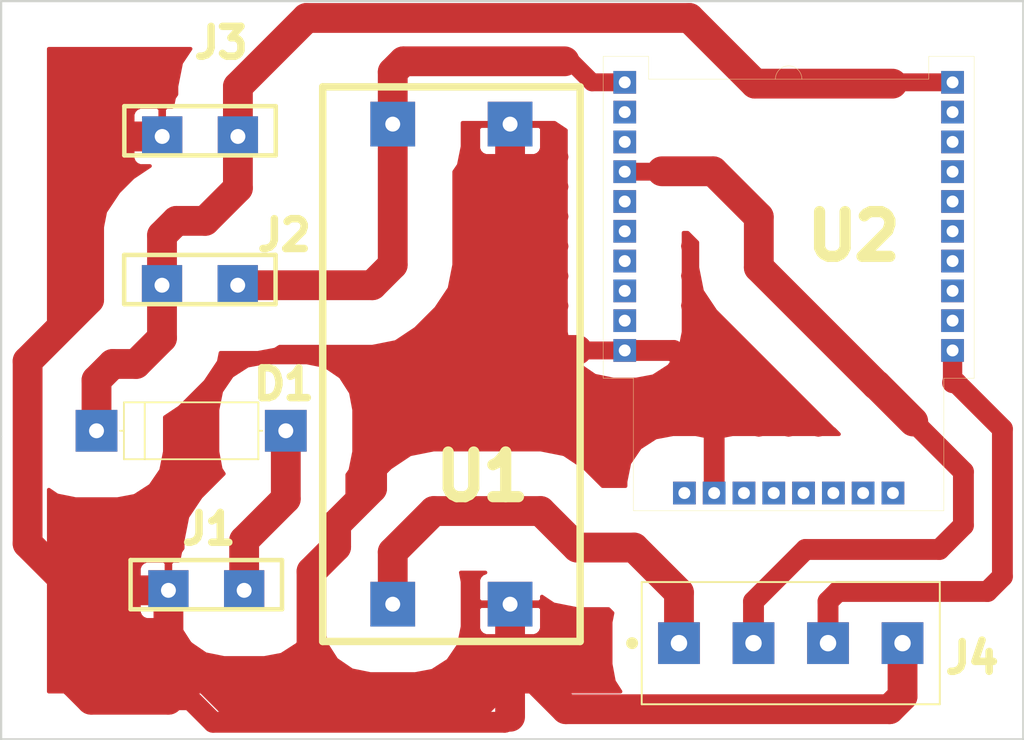
<source format=kicad_pcb>
(kicad_pcb (version 4) (host pcbnew 4.0.7)

  (general
    (links 15)
    (no_connects 14)
    (area 78.410999 49.581999 219.708801 152.652801)
    (thickness 1.6)
    (drawings 5)
    (tracks 103)
    (zones 0)
    (modules 7)
    (nets 30)
  )

  (page A4)
  (layers
    (0 F.Cu signal)
    (31 B.Cu signal)
    (32 B.Adhes user)
    (33 F.Adhes user)
    (34 B.Paste user)
    (35 F.Paste user)
    (36 B.SilkS user)
    (37 F.SilkS user)
    (38 B.Mask user)
    (39 F.Mask user)
    (40 Dwgs.User user)
    (41 Cmts.User user)
    (42 Eco1.User user)
    (43 Eco2.User user)
    (44 Edge.Cuts user)
    (45 Margin user)
    (46 B.CrtYd user)
    (47 F.CrtYd user)
    (48 B.Fab user)
    (49 F.Fab user)
  )

  (setup
    (last_trace_width 2)
    (user_trace_width 1.2)
    (user_trace_width 1.3)
    (user_trace_width 1.4)
    (user_trace_width 1.7)
    (user_trace_width 1.8)
    (user_trace_width 1.9)
    (user_trace_width 2)
    (trace_clearance 0.2)
    (zone_clearance 0.508)
    (zone_45_only no)
    (trace_min 0.2)
    (segment_width 0.2)
    (edge_width 0.15)
    (via_size 0.6)
    (via_drill 0.4)
    (via_min_size 0.4)
    (via_min_drill 0.3)
    (uvia_size 0.3)
    (uvia_drill 0.1)
    (uvias_allowed no)
    (uvia_min_size 0.2)
    (uvia_min_drill 0.1)
    (pcb_text_width 0.3)
    (pcb_text_size 1.5 1.5)
    (mod_edge_width 0.15)
    (mod_text_size 1 1)
    (mod_text_width 0.15)
    (pad_size 1.524 1.524)
    (pad_drill 0.8)
    (pad_to_mask_clearance 0.2)
    (aux_axis_origin 0 0)
    (visible_elements 7FFFFFFF)
    (pcbplotparams
      (layerselection 0x00030_80000001)
      (usegerberextensions false)
      (excludeedgelayer true)
      (linewidth 0.100000)
      (plotframeref false)
      (viasonmask false)
      (mode 1)
      (useauxorigin false)
      (hpglpennumber 1)
      (hpglpenspeed 20)
      (hpglpendiameter 15)
      (hpglpenoverlay 2)
      (psnegative false)
      (psa4output false)
      (plotreference true)
      (plotvalue true)
      (plotinvisibletext false)
      (padsonsilk false)
      (subtractmaskfromsilk false)
      (outputformat 1)
      (mirror false)
      (drillshape 1)
      (scaleselection 1)
      (outputdirectory ""))
  )

  (net 0 "")
  (net 1 "Net-(D1-Pad1)")
  (net 2 "Net-(D1-Pad2)")
  (net 3 GND)
  (net 4 "Net-(J2-Pad1)")
  (net 5 "Net-(J4-Pad1)")
  (net 6 "Net-(J4-Pad2)")
  (net 7 "Net-(J4-Pad3)")
  (net 8 "Net-(U2-Pad2)")
  (net 9 "Net-(U2-Pad3)")
  (net 10 "Net-(U2-Pad5)")
  (net 11 "Net-(U2-Pad6)")
  (net 12 "Net-(U2-Pad7)")
  (net 13 "Net-(U2-Pad8)")
  (net 14 "Net-(U2-Pad9)")
  (net 15 "Net-(U2-Pad11)")
  (net 16 "Net-(U2-Pad13)")
  (net 17 "Net-(U2-Pad14)")
  (net 18 "Net-(U2-Pad15)")
  (net 19 "Net-(U2-Pad16)")
  (net 20 "Net-(U2-Pad17)")
  (net 21 "Net-(U2-Pad18)")
  (net 22 "Net-(U2-Pad20)")
  (net 23 "Net-(U2-Pad21)")
  (net 24 "Net-(U2-Pad22)")
  (net 25 "Net-(U2-Pad23)")
  (net 26 "Net-(U2-Pad24)")
  (net 27 "Net-(U2-Pad25)")
  (net 28 "Net-(U2-Pad26)")
  (net 29 "Net-(U2-Pad27)")

  (net_class Default "This is the default net class."
    (clearance 0.2)
    (trace_width 0.25)
    (via_dia 0.6)
    (via_drill 0.4)
    (uvia_dia 0.3)
    (uvia_drill 0.1)
    (add_net GND)
    (add_net "Net-(D1-Pad1)")
    (add_net "Net-(D1-Pad2)")
    (add_net "Net-(J2-Pad1)")
    (add_net "Net-(J4-Pad1)")
    (add_net "Net-(J4-Pad2)")
    (add_net "Net-(J4-Pad3)")
    (add_net "Net-(U2-Pad11)")
    (add_net "Net-(U2-Pad13)")
    (add_net "Net-(U2-Pad14)")
    (add_net "Net-(U2-Pad15)")
    (add_net "Net-(U2-Pad16)")
    (add_net "Net-(U2-Pad17)")
    (add_net "Net-(U2-Pad18)")
    (add_net "Net-(U2-Pad2)")
    (add_net "Net-(U2-Pad20)")
    (add_net "Net-(U2-Pad21)")
    (add_net "Net-(U2-Pad22)")
    (add_net "Net-(U2-Pad23)")
    (add_net "Net-(U2-Pad24)")
    (add_net "Net-(U2-Pad25)")
    (add_net "Net-(U2-Pad26)")
    (add_net "Net-(U2-Pad27)")
    (add_net "Net-(U2-Pad3)")
    (add_net "Net-(U2-Pad5)")
    (add_net "Net-(U2-Pad6)")
    (add_net "Net-(U2-Pad7)")
    (add_net "Net-(U2-Pad8)")
    (add_net "Net-(U2-Pad9)")
  )

  (module MT3608:MT3608 (layer F.Cu) (tedit 620B72A5) (tstamp 620B6EA6)
    (at 142.8369 91.3638 270)
    (path /620B602D)
    (fp_text reference U1 (at 7.5438 -2.0701 360) (layer F.SilkS)
      (effects (font (size 3 3) (thickness 0.75)))
    )
    (fp_text value "" (at 7.6943 -3.924215 360) (layer F.Fab)
      (effects (font (size 1 1) (thickness 0.15)))
    )
    (fp_line (start -18.6055 -8.636) (end -18.6055 8.636) (layer F.SilkS) (width 0.5))
    (fp_line (start 18.6055 8.636) (end -18.6055 8.636) (layer F.SilkS) (width 0.5))
    (fp_line (start 18.6055 -8.636) (end 18.6055 8.636) (layer F.SilkS) (width 0.5))
    (fp_line (start -18.6055 -8.636) (end 18.6055 -8.636) (layer F.SilkS) (width 0.5))
    (pad 2 thru_hole rect (at -16.1055 -3.937085 270) (size 3 3) (drill 1) (layers *.Cu *.Mask)
      (net 3 GND))
    (pad 1 thru_hole rect (at -16.1055 3.937085 270) (size 3 3) (drill 1) (layers *.Cu *.Mask)
      (net 4 "Net-(J2-Pad1)"))
    (pad 4 thru_hole rect (at 16.1055 -3.937085 270) (size 3 3) (drill 1) (layers *.Cu *.Mask)
      (net 3 GND))
    (pad 3 thru_hole rect (at 16.1055 3.937085 270) (size 3 3) (drill 1) (layers *.Cu *.Mask)
      (net 5 "Net-(J4-Pad1)"))
  )

  (module conn:TE_282815-2 (layer F.Cu) (tedit 620B72EB) (tstamp 620B6E96)
    (at 125.9713 76.0857 180)
    (path /620B55DE)
    (fp_text reference J3 (at -1.4097 6.2865 180) (layer F.SilkS)
      (effects (font (size 2 2) (thickness 0.5)))
    )
    (fp_text value "" (at 1.155 3.615 180) (layer F.Fab)
      (effects (font (size 1 1) (thickness 0.015)))
    )
    (fp_line (start 5.08 2.032) (end -5.08 2.032) (layer F.SilkS) (width 0.3))
    (fp_line (start 5.08 -1.27) (end 5.08 2.032) (layer F.SilkS) (width 0.3))
    (fp_line (start -5.08 -1.27) (end 5.08 -1.27) (layer F.SilkS) (width 0.3))
    (fp_line (start -5.08 2.032) (end -5.08 -1.27) (layer F.SilkS) (width 0.3))
    (fp_line (start 5.08 2) (end -5.08 2) (layer F.Fab) (width 0.127))
    (fp_line (start 5.08 2) (end -5.08 2) (layer F.SilkS) (width 0.127))
    (pad 1 thru_hole rect (at -2.54 0 180) (size 2.7 2.7) (drill 1) (layers *.Cu *.Mask)
      (net 1 "Net-(D1-Pad1)"))
    (pad 2 thru_hole rect (at 2.54 0 180) (size 2.7 2.7) (drill 1) (layers *.Cu *.Mask)
      (net 3 GND))
  )

  (module conn:TE_282815-2 (layer F.Cu) (tedit 620B7338) (tstamp 620B6E90)
    (at 125.9586 86.0679 180)
    (path /620B595A)
    (fp_text reference J2 (at -5.6642 3.3655 180) (layer F.SilkS)
      (effects (font (size 2 2) (thickness 0.5)))
    )
    (fp_text value "" (at 1.155 3.615 180) (layer F.Fab)
      (effects (font (size 1 1) (thickness 0.015)))
    )
    (fp_line (start 5.08 2.032) (end -5.08 2.032) (layer F.SilkS) (width 0.3))
    (fp_line (start 5.08 -1.27) (end 5.08 2.032) (layer F.SilkS) (width 0.3))
    (fp_line (start -5.08 -1.27) (end 5.08 -1.27) (layer F.SilkS) (width 0.3))
    (fp_line (start -5.08 2.032) (end -5.08 -1.27) (layer F.SilkS) (width 0.3))
    (fp_line (start 5.08 2) (end -5.08 2) (layer F.Fab) (width 0.127))
    (fp_line (start 5.08 2) (end -5.08 2) (layer F.SilkS) (width 0.127))
    (pad 1 thru_hole rect (at -2.54 0 180) (size 2.7 2.7) (drill 1) (layers *.Cu *.Mask)
      (net 4 "Net-(J2-Pad1)"))
    (pad 2 thru_hole rect (at 2.54 0 180) (size 2.7 2.7) (drill 1) (layers *.Cu *.Mask)
      (net 1 "Net-(D1-Pad1)"))
  )

  (module conn:TE_282815-2 (layer F.Cu) (tedit 620B7365) (tstamp 620B6E8A)
    (at 126.3904 106.5403 180)
    (path /620B5A29)
    (fp_text reference J1 (at -0.1778 4.1275 180) (layer F.SilkS)
      (effects (font (size 2 2) (thickness 0.5)))
    )
    (fp_text value "" (at 1.155 3.615 180) (layer F.Fab)
      (effects (font (size 1 1) (thickness 0.015)))
    )
    (fp_line (start 5.08 2.032) (end -5.08 2.032) (layer F.SilkS) (width 0.3))
    (fp_line (start 5.08 -1.27) (end 5.08 2.032) (layer F.SilkS) (width 0.3))
    (fp_line (start 4.191 -1.27) (end 5.08 -1.27) (layer F.SilkS) (width 0.3))
    (fp_line (start -5.08 -1.27) (end 4.191 -1.27) (layer F.SilkS) (width 0.3))
    (fp_line (start -5.08 2.032) (end -5.08 -1.27) (layer F.SilkS) (width 0.3))
    (fp_line (start 5.08 2) (end -5.08 2) (layer F.Fab) (width 0.127))
    (fp_line (start 5.08 2) (end -5.08 2) (layer F.SilkS) (width 0.127))
    (pad 1 thru_hole rect (at -2.54 0 180) (size 2.7 2.7) (drill 1) (layers *.Cu *.Mask)
      (net 2 "Net-(D1-Pad2)"))
    (pad 2 thru_hole rect (at 2.54 0 180) (size 2.7 2.7) (drill 1) (layers *.Cu *.Mask)
      (net 3 GND))
  )

  (module MDOT_TRIAL_BAT_CHARGER:MDOT_TRIAL_BAT_CHARGER (layer F.Cu) (tedit 620B7733) (tstamp 620B6EC6)
    (at 165.46449 85.44687)
    (path /620B5C7B)
    (fp_text reference U2 (at 4.35991 -2.66827) (layer F.SilkS)
      (effects (font (size 3 3) (thickness 0.75)))
    )
    (fp_text value "" (at 0.52451 -1.09347) (layer F.Fab)
      (effects (font (size 1 1) (thickness 0.15)))
    )
    (fp_arc (start 0 -13.208) (end -0.889 -13.208) (angle 180) (layer F.SilkS) (width 0.0254))
    (fp_line (start -9.398 -13.208) (end -9.398 -14.732) (layer F.SilkS) (width 0.0254))
    (fp_line (start -9.398 -14.732) (end -12.446 -14.732) (layer F.SilkS) (width 0.0254))
    (fp_line (start -12.446 -14.732) (end -12.446 6.858) (layer F.SilkS) (width 0.0254))
    (fp_line (start -12.446 6.858) (end -10.414 6.858) (layer F.SilkS) (width 0.0254))
    (fp_line (start -10.414 6.858) (end -10.414 15.748) (layer F.SilkS) (width 0.0254))
    (fp_line (start -10.414 15.748) (end 10.414 15.748) (layer F.SilkS) (width 0.0254))
    (fp_line (start 10.414 15.748) (end 10.414 6.858) (layer F.SilkS) (width 0.0254))
    (fp_line (start 10.414 6.858) (end 12.446 6.858) (layer F.SilkS) (width 0.0254))
    (fp_line (start 12.446 6.858) (end 12.446 -14.732) (layer F.SilkS) (width 0.0254))
    (fp_line (start 12.446 -14.732) (end 9.398 -14.732) (layer F.SilkS) (width 0.0254))
    (fp_line (start 9.398 -14.732) (end 9.398 -13.208) (layer F.SilkS) (width 0.0254))
    (fp_line (start 9.398 -13.208) (end -9.398 -13.208) (layer F.SilkS) (width 0.0254))
    (fp_line (start 11.938 -14.224) (end 11.938 6.35) (layer F.CrtYd) (width 0.0254))
    (fp_line (start 11.938 6.35) (end 9.906 6.35) (layer F.CrtYd) (width 0.0254))
    (fp_line (start 9.906 -12.7) (end 9.906 -14.224) (layer F.CrtYd) (width 0.0254))
    (fp_line (start 9.906 -14.224) (end 11.938 -14.224) (layer F.CrtYd) (width 0.0254))
    (fp_line (start -9.906 -12.7) (end -9.906 -14.224) (layer F.CrtYd) (width 0.0254))
    (fp_line (start -9.906 -14.224) (end -11.938 -14.224) (layer F.CrtYd) (width 0.0254))
    (fp_line (start -11.938 -14.224) (end -11.938 6.223) (layer F.CrtYd) (width 0.0254))
    (fp_line (start -11.938 6.223) (end -9.906 6.223) (layer F.CrtYd) (width 0.0254))
    (fp_line (start -9.906 -12.7) (end 9.906 -12.7) (layer F.CrtYd) (width 0.0254))
    (fp_line (start 9.906 -12.7) (end 9.906 13.462) (layer F.CrtYd) (width 0.0254))
    (fp_line (start 9.906 13.462) (end -9.906 13.462) (layer F.CrtYd) (width 0.0254))
    (fp_line (start -9.906 13.462) (end -9.906 -12.7) (layer F.CrtYd) (width 0.0254))
    (pad 1 thru_hole rect (at -10.9982 -12.99337) (size 1.524 1.524) (drill 0.8) (layers *.Cu *.Mask)
      (net 4 "Net-(J2-Pad1)"))
    (pad 2 thru_hole rect (at -10.9982 -10.99439) (size 1.524 1.524) (drill 0.8) (layers *.Cu *.Mask)
      (net 8 "Net-(U2-Pad2)"))
    (pad 3 thru_hole rect (at -10.9982 -8.99541) (size 1.524 1.524) (drill 0.8) (layers *.Cu *.Mask)
      (net 9 "Net-(U2-Pad3)"))
    (pad 4 thru_hole rect (at -10.9982 -6.99643) (size 1.524 1.524) (drill 0.8) (layers *.Cu *.Mask)
      (net 6 "Net-(J4-Pad2)"))
    (pad 5 thru_hole rect (at -10.9982 -4.99745) (size 1.524 1.524) (drill 0.8) (layers *.Cu *.Mask)
      (net 10 "Net-(U2-Pad5)"))
    (pad 6 thru_hole rect (at -10.9982 -2.99847) (size 1.524 1.524) (drill 0.8) (layers *.Cu *.Mask)
      (net 11 "Net-(U2-Pad6)"))
    (pad 7 thru_hole rect (at -10.9982 -0.99949) (size 1.524 1.524) (drill 0.8) (layers *.Cu *.Mask)
      (net 12 "Net-(U2-Pad7)"))
    (pad 8 thru_hole rect (at -10.9982 0.99949) (size 1.524 1.524) (drill 0.8) (layers *.Cu *.Mask)
      (net 13 "Net-(U2-Pad8)"))
    (pad 9 thru_hole rect (at -10.9982 2.99847) (size 1.524 1.524) (drill 0.8) (layers *.Cu *.Mask)
      (net 14 "Net-(U2-Pad9)"))
    (pad 10 thru_hole rect (at -10.9982 4.99745) (size 1.524 1.524) (drill 0.8) (layers *.Cu *.Mask)
      (net 3 GND))
    (pad 11 thru_hole rect (at -6.99643 14.56563) (size 1.524 1.524) (drill 0.8) (layers *.Cu *.Mask)
      (net 15 "Net-(U2-Pad11)"))
    (pad 12 thru_hole rect (at -4.99745 14.56563) (size 1.524 1.524) (drill 0.8) (layers *.Cu *.Mask)
      (net 3 GND))
    (pad 13 thru_hole rect (at -2.99847 14.56563) (size 1.524 1.524) (drill 0.8) (layers *.Cu *.Mask)
      (net 16 "Net-(U2-Pad13)"))
    (pad 14 thru_hole rect (at -0.99949 14.56563) (size 1.524 1.524) (drill 0.8) (layers *.Cu *.Mask)
      (net 17 "Net-(U2-Pad14)"))
    (pad 15 thru_hole rect (at 0.99949 14.56563) (size 1.524 1.524) (drill 0.8) (layers *.Cu *.Mask)
      (net 18 "Net-(U2-Pad15)"))
    (pad 16 thru_hole rect (at 2.99847 14.56563) (size 1.524 1.524) (drill 0.8) (layers *.Cu *.Mask)
      (net 19 "Net-(U2-Pad16)"))
    (pad 17 thru_hole rect (at 4.99745 14.56563) (size 1.524 1.524) (drill 0.8) (layers *.Cu *.Mask)
      (net 20 "Net-(U2-Pad17)"))
    (pad 18 thru_hole rect (at 6.99643 14.56563) (size 1.524 1.524) (drill 0.8) (layers *.Cu *.Mask)
      (net 21 "Net-(U2-Pad18)"))
    (pad 19 thru_hole rect (at 10.9982 4.99745) (size 1.524 1.524) (drill 0.8) (layers *.Cu *.Mask)
      (net 7 "Net-(J4-Pad3)"))
    (pad 20 thru_hole rect (at 10.9982 2.99847) (size 1.524 1.524) (drill 0.8) (layers *.Cu *.Mask)
      (net 22 "Net-(U2-Pad20)"))
    (pad 21 thru_hole rect (at 10.9982 0.99949) (size 1.524 1.524) (drill 0.8) (layers *.Cu *.Mask)
      (net 23 "Net-(U2-Pad21)"))
    (pad 22 thru_hole rect (at 10.9982 -0.99949) (size 1.524 1.524) (drill 0.8) (layers *.Cu *.Mask)
      (net 24 "Net-(U2-Pad22)"))
    (pad 23 thru_hole rect (at 10.9982 -2.99847) (size 1.524 1.524) (drill 0.8) (layers *.Cu *.Mask)
      (net 25 "Net-(U2-Pad23)"))
    (pad 24 thru_hole rect (at 10.9982 -4.99745) (size 1.524 1.524) (drill 0.8) (layers *.Cu *.Mask)
      (net 26 "Net-(U2-Pad24)"))
    (pad 25 thru_hole rect (at 10.9982 -6.99643) (size 1.524 1.524) (drill 0.8) (layers *.Cu *.Mask)
      (net 27 "Net-(U2-Pad25)"))
    (pad 26 thru_hole rect (at 10.9982 -8.99541) (size 1.524 1.524) (drill 0.8) (layers *.Cu *.Mask)
      (net 28 "Net-(U2-Pad26)"))
    (pad 27 thru_hole rect (at 10.9982 -10.99439) (size 1.524 1.524) (drill 0.8) (layers *.Cu *.Mask)
      (net 29 "Net-(U2-Pad27)"))
    (pad 28 thru_hole rect (at 10.9982 -12.99337) (size 1.524 1.524) (drill 0.8) (layers *.Cu *.Mask)
      (net 1 "Net-(D1-Pad1)"))
  )

  (module Diodes_THT:D_5W_P12.70mm_Horizontal (layer F.Cu) (tedit 620B734C) (tstamp 620B6E84)
    (at 119.0244 95.8342)
    (descr "D, 5W series, Axial, Horizontal, pin pitch=12.7mm, , length*diameter=8.9*3.7mm^2, , http://www.diodes.com/_files/packages/8686949.gif")
    (tags "D 5W series Axial Horizontal pin pitch 12.7mm  length 8.9mm diameter 3.7mm")
    (path /620B5DB5)
    (fp_text reference D1 (at 12.573 -3.1242) (layer F.SilkS)
      (effects (font (size 2 2) (thickness 0.5)))
    )
    (fp_text value "" (at 6.35 2.91) (layer F.Fab)
      (effects (font (size 1 1) (thickness 0.15)))
    )
    (fp_text user "" (at 6.35 0) (layer F.Fab)
      (effects (font (size 1 1) (thickness 0.15)))
    )
    (fp_line (start 1.9 -1.85) (end 1.9 1.85) (layer F.Fab) (width 0.1))
    (fp_line (start 1.9 1.85) (end 10.8 1.85) (layer F.Fab) (width 0.1))
    (fp_line (start 10.8 1.85) (end 10.8 -1.85) (layer F.Fab) (width 0.1))
    (fp_line (start 10.8 -1.85) (end 1.9 -1.85) (layer F.Fab) (width 0.1))
    (fp_line (start 0 0) (end 1.9 0) (layer F.Fab) (width 0.1))
    (fp_line (start 12.7 0) (end 10.8 0) (layer F.Fab) (width 0.1))
    (fp_line (start 3.235 -1.85) (end 3.235 1.85) (layer F.Fab) (width 0.1))
    (fp_line (start 1.84 -1.91) (end 1.84 1.91) (layer F.SilkS) (width 0.12))
    (fp_line (start 1.84 1.91) (end 10.86 1.91) (layer F.SilkS) (width 0.12))
    (fp_line (start 10.86 1.91) (end 10.86 -1.91) (layer F.SilkS) (width 0.12))
    (fp_line (start 10.86 -1.91) (end 1.84 -1.91) (layer F.SilkS) (width 0.12))
    (fp_line (start 1.58 0) (end 1.84 0) (layer F.SilkS) (width 0.12))
    (fp_line (start 11.12 0) (end 10.86 0) (layer F.SilkS) (width 0.12))
    (fp_line (start 3.235 -1.91) (end 3.235 1.91) (layer F.SilkS) (width 0.12))
    (fp_line (start -1.65 -2.2) (end -1.65 2.2) (layer F.CrtYd) (width 0.05))
    (fp_line (start -1.65 2.2) (end 14.35 2.2) (layer F.CrtYd) (width 0.05))
    (fp_line (start 14.35 2.2) (end 14.35 -2.2) (layer F.CrtYd) (width 0.05))
    (fp_line (start 14.35 -2.2) (end -1.65 -2.2) (layer F.CrtYd) (width 0.05))
    (pad 1 thru_hole rect (at 0 0) (size 2.8 2.8) (drill 1) (layers *.Cu *.Mask)
      (net 1 "Net-(D1-Pad1)"))
    (pad 2 thru_hole rect (at 12.7 0) (size 2.8 2.8) (drill 1) (layers *.Cu *.Mask)
      (net 2 "Net-(D1-Pad2)"))
    (model ${KISYS3DMOD}/Diodes_THT.3dshapes/D_5W_P12.70mm_Horizontal.wrl
      (at (xyz 0 0 0))
      (scale (xyz 0.393701 0.393701 0.393701))
      (rotate (xyz 0 0 0))
    )
  )

  (module conn:TE_282836-4 (layer F.Cu) (tedit 620B73AE) (tstamp 620B6E9E)
    (at 165.6061 110.0836)
    (path /620B5791)
    (fp_text reference J4 (at 12.1685 0.9906) (layer F.SilkS)
      (effects (font (size 2 2) (thickness 0.5)))
    )
    (fp_text value "" (at -2.92131 5.33458) (layer F.Fab)
      (effects (font (size 1.00011 1.00011) (thickness 0.015)))
    )
    (fp_line (start -10 -4.1) (end -10 4.1) (layer F.Fab) (width 0.127))
    (fp_line (start -10 4.1) (end 10 4.1) (layer F.Fab) (width 0.127))
    (fp_line (start 10 4.1) (end 10 -4.1) (layer F.Fab) (width 0.127))
    (fp_line (start 10 -4.1) (end -10 -4.1) (layer F.Fab) (width 0.127))
    (fp_line (start -10 -4.1) (end -10 4.1) (layer F.SilkS) (width 0.127))
    (fp_line (start -10 4.1) (end 10 4.1) (layer F.SilkS) (width 0.127))
    (fp_line (start 10 4.1) (end 10 -4.1) (layer F.SilkS) (width 0.127))
    (fp_line (start 10 -4.1) (end -10 -4.1) (layer F.SilkS) (width 0.127))
    (fp_circle (center -10.645 0) (end -10.445 0) (layer F.SilkS) (width 0.4))
    (fp_line (start -10.25 -4.35) (end 10.25 -4.35) (layer F.CrtYd) (width 0.05))
    (fp_line (start 10.25 -4.35) (end 10.25 4.35) (layer F.CrtYd) (width 0.05))
    (fp_line (start 10.25 4.35) (end -10.25 4.35) (layer F.CrtYd) (width 0.05))
    (fp_line (start -10.25 4.35) (end -10.25 -4.35) (layer F.CrtYd) (width 0.05))
    (pad 1 thru_hole rect (at -7.5 0) (size 2.8 2.8) (drill 1.1) (layers *.Cu *.Mask)
      (net 5 "Net-(J4-Pad1)"))
    (pad 2 thru_hole rect (at -2.5 0) (size 2.8 2.8) (drill 1.1) (layers *.Cu *.Mask)
      (net 6 "Net-(J4-Pad2)"))
    (pad 3 thru_hole rect (at 2.5 0) (size 2.8 2.8) (drill 1.1) (layers *.Cu *.Mask)
      (net 7 "Net-(J4-Pad3)"))
    (pad 4 thru_hole rect (at 7.5 0) (size 2.8 2.8) (drill 1.1) (layers *.Cu *.Mask)
      (net 3 GND))
  )

  (gr_line (start 112.6236 116.5352) (end 112.6236 96.2152) (layer Edge.Cuts) (width 0.15))
  (gr_line (start 181.2036 116.5352) (end 112.6236 116.5352) (layer Edge.Cuts) (width 0.15))
  (gr_line (start 181.2036 67.0052) (end 181.2036 116.5352) (layer Edge.Cuts) (width 0.15))
  (gr_line (start 112.6236 67.0052) (end 181.2036 67.0052) (layer Edge.Cuts) (width 0.15))
  (gr_line (start 112.6236 96.2152) (end 112.6236 67.0052) (layer Edge.Cuts) (width 0.15))

  (segment (start 172.4279 72.5424) (end 172.5168 72.4535) (width 1.2) (layer F.Cu) (net 1))
  (segment (start 172.5168 72.4535) (end 176.46269 72.4535) (width 1.2) (layer F.Cu) (net 1))
  (segment (start 163.2077 72.5424) (end 172.4279 72.5424) (width 2) (layer F.Cu) (net 1))
  (segment (start 158.8008 68.1355) (end 163.2077 72.5424) (width 2) (layer F.Cu) (net 1))
  (segment (start 133.1115 68.1355) (end 158.8008 68.1355) (width 2) (layer F.Cu) (net 1))
  (segment (start 128.5113 76.0857) (end 128.5113 72.7357) (width 2) (layer F.Cu) (net 1))
  (segment (start 128.5113 72.7357) (end 133.1115 68.1355) (width 2) (layer F.Cu) (net 1))
  (segment (start 126.3142 81.7499) (end 128.5113 79.5528) (width 2) (layer F.Cu) (net 1))
  (segment (start 128.5113 79.5528) (end 128.5113 76.0857) (width 2) (layer F.Cu) (net 1))
  (segment (start 124.3866 81.7499) (end 126.3142 81.7499) (width 2) (layer F.Cu) (net 1))
  (segment (start 123.4186 86.0679) (end 123.4186 82.7179) (width 2) (layer F.Cu) (net 1))
  (segment (start 123.4186 82.7179) (end 124.3866 81.7499) (width 2) (layer F.Cu) (net 1))
  (segment (start 121.6787 91.3511) (end 123.4186 89.6112) (width 2) (layer F.Cu) (net 1))
  (segment (start 123.4186 89.6112) (end 123.4186 86.0679) (width 2) (layer F.Cu) (net 1))
  (segment (start 120.1075 91.3511) (end 121.6787 91.3511) (width 2) (layer F.Cu) (net 1))
  (segment (start 119.0244 95.8342) (end 119.0244 92.4342) (width 2) (layer F.Cu) (net 1))
  (segment (start 119.0244 92.4342) (end 120.1075 91.3511) (width 2) (layer F.Cu) (net 1))
  (segment (start 128.9304 106.5403) (end 128.9304 103.1903) (width 2) (layer F.Cu) (net 2))
  (segment (start 128.9304 103.1903) (end 131.7244 100.3963) (width 2) (layer F.Cu) (net 2))
  (segment (start 131.7244 100.3963) (end 131.7244 95.8342) (width 2) (layer F.Cu) (net 2))
  (segment (start 126.8476 115.3922) (end 146.4056 115.3922) (width 1.4) (layer F.Cu) (net 3))
  (segment (start 146.4056 115.3922) (end 146.773985 115.023815) (width 1.4) (layer F.Cu) (net 3))
  (segment (start 125.3363 113.8809) (end 126.8476 115.3922) (width 1.4) (layer F.Cu) (net 3))
  (segment (start 123.8504 113.8809) (end 125.3363 113.8809) (width 1.4) (layer F.Cu) (net 3))
  (segment (start 117.5385 112.7506) (end 118.6688 113.8809) (width 2) (layer F.Cu) (net 3))
  (segment (start 118.6688 113.8809) (end 123.8504 113.8809) (width 2) (layer F.Cu) (net 3))
  (segment (start 117.5385 106.5403) (end 117.5385 112.7506) (width 2) (layer F.Cu) (net 3))
  (segment (start 114.4016 103.4034) (end 117.5385 106.5403) (width 2) (layer F.Cu) (net 3))
  (segment (start 117.5385 106.5403) (end 123.8504 106.5403) (width 2) (layer F.Cu) (net 3))
  (segment (start 114.4016 91.1606) (end 114.4016 103.4034) (width 2) (layer F.Cu) (net 3))
  (segment (start 118.5291 87.0331) (end 114.4016 91.1606) (width 2) (layer F.Cu) (net 3))
  (segment (start 118.5291 76.4794) (end 118.5291 87.0331) (width 2) (layer F.Cu) (net 3))
  (segment (start 119.1133 75.8952) (end 118.5291 76.4794) (width 2) (layer F.Cu) (net 3))
  (segment (start 119.8908 75.8952) (end 119.1133 75.8952) (width 2) (layer F.Cu) (net 3))
  (segment (start 123.4313 76.0857) (end 120.0813 76.0857) (width 2) (layer F.Cu) (net 3))
  (segment (start 120.0813 76.0857) (end 119.8908 75.8952) (width 2) (layer F.Cu) (net 3))
  (segment (start 146.773985 115.023815) (end 146.773985 112.001215) (width 2) (layer F.Cu) (net 3))
  (segment (start 123.8504 109.8903) (end 123.8504 113.8809) (width 2) (layer F.Cu) (net 3))
  (segment (start 146.2532 80.7974) (end 146.773985 80.276615) (width 2) (layer F.Cu) (net 3))
  (segment (start 146.773985 80.276615) (end 146.773985 75.2583) (width 2) (layer F.Cu) (net 3))
  (segment (start 146.2532 90.4113) (end 151.2824 90.4113) (width 2) (layer F.Cu) (net 3))
  (segment (start 144.7165 90.4113) (end 146.2532 90.4113) (width 2) (layer F.Cu) (net 3))
  (segment (start 146.2532 90.4113) (end 146.2532 80.7974) (width 2) (layer F.Cu) (net 3))
  (segment (start 160.46704 93.18244) (end 157.72892 90.44432) (width 1.4) (layer F.Cu) (net 3))
  (segment (start 157.72892 90.44432) (end 154.46629 90.44432) (width 1.4) (layer F.Cu) (net 3))
  (segment (start 160.46704 100.0125) (end 160.46704 93.18244) (width 1.4) (layer F.Cu) (net 3))
  (segment (start 151.2824 90.4113) (end 151.31542 90.44432) (width 1.2) (layer F.Cu) (net 3))
  (segment (start 151.31542 90.44432) (end 154.46629 90.44432) (width 1.2) (layer F.Cu) (net 3))
  (segment (start 137.5156 97.6122) (end 144.7165 90.4113) (width 2) (layer F.Cu) (net 3))
  (segment (start 137.5156 99.695) (end 137.5156 97.6122) (width 2) (layer F.Cu) (net 3))
  (segment (start 135.1026 102.108) (end 137.5156 99.695) (width 2) (layer F.Cu) (net 3))
  (segment (start 135.1026 103.6193) (end 135.1026 102.108) (width 2) (layer F.Cu) (net 3))
  (segment (start 133.4516 105.2703) (end 135.1026 103.6193) (width 2) (layer F.Cu) (net 3))
  (segment (start 133.4516 114.3381) (end 144.4371 114.3381) (width 2) (layer F.Cu) (net 3))
  (segment (start 128.2982 114.3381) (end 133.4516 114.3381) (width 2) (layer F.Cu) (net 3))
  (segment (start 133.4516 114.3381) (end 133.4516 105.2703) (width 2) (layer F.Cu) (net 3))
  (segment (start 148.005715 112.001215) (end 150.5204 114.5159) (width 2) (layer F.Cu) (net 3))
  (segment (start 150.5204 114.5159) (end 172.2374 114.5159) (width 2) (layer F.Cu) (net 3))
  (segment (start 146.773985 112.001215) (end 148.005715 112.001215) (width 2) (layer F.Cu) (net 3))
  (segment (start 144.4371 114.3381) (end 146.773985 112.001215) (width 2) (layer F.Cu) (net 3))
  (segment (start 146.773985 112.001215) (end 146.773985 107.4693) (width 2) (layer F.Cu) (net 3))
  (segment (start 123.8504 106.5403) (end 123.8504 109.8903) (width 2) (layer F.Cu) (net 3))
  (segment (start 123.8504 109.8903) (end 128.2982 114.3381) (width 2) (layer F.Cu) (net 3))
  (segment (start 172.2374 114.5159) (end 173.1061 113.6472) (width 2) (layer F.Cu) (net 3))
  (segment (start 173.1061 113.6472) (end 173.1061 110.0836) (width 2) (layer F.Cu) (net 3))
  (segment (start 150.8633 71.0438) (end 152.273 72.4535) (width 1.2) (layer F.Cu) (net 4))
  (segment (start 152.273 72.4535) (end 154.46629 72.4535) (width 1.2) (layer F.Cu) (net 4))
  (segment (start 150.4315 71.0438) (end 150.8633 71.0438) (width 1.2) (layer F.Cu) (net 4))
  (segment (start 139.614315 71.0438) (end 150.4315 71.0438) (width 2) (layer F.Cu) (net 4))
  (segment (start 138.899815 75.2583) (end 138.899815 71.7583) (width 2) (layer F.Cu) (net 4))
  (segment (start 138.899815 71.7583) (end 139.614315 71.0438) (width 2) (layer F.Cu) (net 4))
  (segment (start 137.5283 86.0679) (end 138.899815 84.696385) (width 2) (layer F.Cu) (net 4))
  (segment (start 138.899815 84.696385) (end 138.899815 75.2583) (width 2) (layer F.Cu) (net 4))
  (segment (start 128.4986 86.0679) (end 137.5283 86.0679) (width 2) (layer F.Cu) (net 4))
  (segment (start 138.899815 107.4693) (end 138.899815 103.9693) (width 2) (layer F.Cu) (net 5))
  (segment (start 138.899815 103.9693) (end 141.650115 101.219) (width 2) (layer F.Cu) (net 5))
  (segment (start 141.650115 101.219) (end 148.8186 101.219) (width 2) (layer F.Cu) (net 5))
  (segment (start 148.8186 101.219) (end 151.2697 103.6701) (width 2) (layer F.Cu) (net 5))
  (segment (start 151.2697 103.6701) (end 155.0926 103.6701) (width 2) (layer F.Cu) (net 5))
  (segment (start 155.0926 103.6701) (end 158.1061 106.6836) (width 2) (layer F.Cu) (net 5))
  (segment (start 158.1061 106.6836) (end 158.1061 110.0836) (width 2) (layer F.Cu) (net 5))
  (segment (start 173.8249 95.2119) (end 171.3738 92.7608) (width 2) (layer F.Cu) (net 6))
  (segment (start 171.3738 92.7608) (end 171.3484 92.7608) (width 2) (layer F.Cu) (net 6))
  (segment (start 171.3484 92.7608) (end 163.4617 84.8741) (width 2) (layer F.Cu) (net 6))
  (segment (start 163.4617 81.4832) (end 160.401 78.4225) (width 2) (layer F.Cu) (net 6))
  (segment (start 163.4617 84.8741) (end 163.4617 81.4832) (width 2) (layer F.Cu) (net 6))
  (segment (start 160.401 78.4225) (end 156.9593 78.4225) (width 2) (layer F.Cu) (net 6))
  (segment (start 177.1904 98.5774) (end 173.8249 95.2119) (width 1.4) (layer F.Cu) (net 6))
  (segment (start 154.46629 78.45044) (end 156.93136 78.45044) (width 1.2) (layer F.Cu) (net 6))
  (segment (start 156.93136 78.45044) (end 156.9593 78.4225) (width 1.2) (layer F.Cu) (net 6))
  (segment (start 177.1904 102.1842) (end 177.1904 98.5774) (width 1.4) (layer F.Cu) (net 6))
  (segment (start 175.5775 103.7971) (end 177.1904 102.1842) (width 1.4) (layer F.Cu) (net 6))
  (segment (start 166.5926 103.7971) (end 175.5775 103.7971) (width 1.4) (layer F.Cu) (net 6))
  (segment (start 163.1061 110.0836) (end 163.1061 107.2836) (width 1.4) (layer F.Cu) (net 6))
  (segment (start 163.1061 107.2836) (end 166.5926 103.7971) (width 1.4) (layer F.Cu) (net 6))
  (segment (start 168.1061 110.0836) (end 168.1061 107.2836) (width 1.4) (layer F.Cu) (net 7))
  (segment (start 168.1061 107.2836) (end 168.7732 106.6165) (width 1.4) (layer F.Cu) (net 7))
  (segment (start 168.7732 106.6165) (end 178.8033 106.6165) (width 1.4) (layer F.Cu) (net 7))
  (segment (start 178.8033 106.6165) (end 179.8066 105.6132) (width 1.4) (layer F.Cu) (net 7))
  (segment (start 176.70572 92.60632) (end 176.46269 92.60632) (width 1.4) (layer F.Cu) (net 7))
  (segment (start 179.8066 105.6132) (end 179.8066 95.7072) (width 1.4) (layer F.Cu) (net 7))
  (segment (start 179.8066 95.7072) (end 176.70572 92.60632) (width 1.4) (layer F.Cu) (net 7))
  (segment (start 176.46269 92.60632) (end 176.46269 90.44432) (width 1.3) (layer F.Cu) (net 7))

  (zone (net 3) (net_name GND) (layer F.Cu) (tstamp 0) (hatch edge 0.508)
    (connect_pads (clearance 3))
    (min_thickness 0.254)
    (fill yes (arc_segments 16) (thermal_gap 0.508) (thermal_bridge_width 0.508))
    (polygon
      (pts
        (xy 112.6236 67.0052) (xy 181.1782 67.0052) (xy 181.2036 116.5352) (xy 112.6236 116.5352)
      )
    )
    (filled_polygon
      (pts
        (xy 150.518461 75.677451) (xy 150.516029 75.68946) (xy 150.516029 77.21346) (xy 150.562356 77.459669) (xy 150.516029 77.68844)
        (xy 150.516029 79.21244) (xy 150.562356 79.458649) (xy 150.516029 79.68742) (xy 150.516029 81.21142) (xy 150.562356 81.457629)
        (xy 150.516029 81.6864) (xy 150.516029 83.2104) (xy 150.562356 83.456609) (xy 150.516029 83.68538) (xy 150.516029 85.20938)
        (xy 150.562356 85.455589) (xy 150.516029 85.68436) (xy 150.516029 87.20836) (xy 150.562356 87.454569) (xy 150.516029 87.68334)
        (xy 150.516029 89.20734) (xy 150.734071 90.366137) (xy 151.41892 91.430421) (xy 152.463878 92.144411) (xy 153.70429 92.395601)
        (xy 155.22829 92.395601) (xy 156.387087 92.177559) (xy 157.451371 91.49271) (xy 158.165361 90.447752) (xy 158.416551 89.20734)
        (xy 158.416551 87.68334) (xy 158.370224 87.437131) (xy 158.416551 87.20836) (xy 158.416551 85.68436) (xy 158.370224 85.438151)
        (xy 158.416551 85.20938) (xy 158.416551 83.68538) (xy 158.370224 83.439171) (xy 158.416551 83.2104) (xy 158.416551 82.5495)
        (xy 158.69154 82.5495) (xy 159.3347 83.192659) (xy 159.3347 84.8741) (xy 159.648849 86.453435) (xy 160.373699 87.538249)
        (xy 160.54347 87.79233) (xy 168.43017 95.67903) (xy 168.506717 95.730177) (xy 168.838779 96.062239) (xy 167.70096 96.062239)
        (xy 167.454751 96.108566) (xy 167.22598 96.062239) (xy 165.70198 96.062239) (xy 165.455771 96.108566) (xy 165.227 96.062239)
        (xy 163.703 96.062239) (xy 163.456791 96.108566) (xy 163.22802 96.062239) (xy 161.70402 96.062239) (xy 160.545223 96.280281)
        (xy 160.481742 96.32113) (xy 160.470472 96.313429) (xy 159.23006 96.062239) (xy 157.70606 96.062239) (xy 156.547263 96.280281)
        (xy 155.482979 96.96513) (xy 154.768989 98.010088) (xy 154.517799 99.2505) (xy 154.517799 99.5431) (xy 152.97916 99.5431)
        (xy 151.73683 98.30077) (xy 151.423939 98.091703) (xy 150.397935 97.406149) (xy 148.8186 97.092) (xy 141.65012 97.092)
        (xy 141.650115 97.091999) (xy 140.070781 97.406148) (xy 139.626507 97.703003) (xy 138.731885 98.30077) (xy 138.731883 98.300773)
        (xy 135.981585 101.05107) (xy 135.61077 101.606034) (xy 135.851401 100.3963) (xy 135.8514 100.396295) (xy 135.8514 98.782061)
        (xy 136.061471 98.474612) (xy 136.312661 97.2342) (xy 136.312661 94.4342) (xy 136.094619 93.275403) (xy 135.40977 92.211119)
        (xy 134.364812 91.497129) (xy 133.1244 91.245939) (xy 130.3244 91.245939) (xy 129.165603 91.463981) (xy 128.101319 92.14883)
        (xy 127.387329 93.193788) (xy 127.136139 94.4342) (xy 127.136139 97.2342) (xy 127.354181 98.392997) (xy 127.56446 98.71978)
        (xy 126.01217 100.27207) (xy 125.117549 101.610965) (xy 124.8034 103.1903) (xy 124.8034 103.715617) (xy 124.643329 103.949888)
        (xy 124.52073 104.5553) (xy 124.13615 104.5553) (xy 123.9774 104.71405) (xy 123.9774 106.4133) (xy 123.9974 106.4133)
        (xy 123.9974 106.6673) (xy 123.9774 106.6673) (xy 123.9774 108.36655) (xy 124.13615 108.5253) (xy 124.511622 108.5253)
        (xy 124.610181 109.049097) (xy 125.29503 110.113381) (xy 126.339988 110.827371) (xy 127.5804 111.078561) (xy 130.2804 111.078561)
        (xy 131.439197 110.860519) (xy 132.503481 110.17567) (xy 133.217471 109.130712) (xy 133.468661 107.8903) (xy 133.468661 105.1903)
        (xy 133.357521 104.599639) (xy 134.642627 103.314532) (xy 134.64263 103.31453) (xy 135.013446 102.759564) (xy 134.772815 103.9693)
        (xy 134.772815 104.275084) (xy 134.462744 104.728888) (xy 134.211554 105.9693) (xy 134.211554 108.9693) (xy 134.429596 110.128097)
        (xy 135.114445 111.192381) (xy 136.159403 111.906371) (xy 137.399815 112.157561) (xy 140.399815 112.157561) (xy 141.558612 111.939519)
        (xy 142.622896 111.25467) (xy 143.336886 110.209712) (xy 143.588076 108.9693) (xy 143.588076 107.75505) (xy 144.638985 107.75505)
        (xy 144.638985 109.095609) (xy 144.735658 109.328998) (xy 144.914286 109.507627) (xy 145.147675 109.6043) (xy 146.488235 109.6043)
        (xy 146.646985 109.44555) (xy 146.646985 107.5963) (xy 146.900985 107.5963) (xy 146.900985 109.44555) (xy 147.059735 109.6043)
        (xy 148.400295 109.6043) (xy 148.633684 109.507627) (xy 148.812312 109.328998) (xy 148.908985 109.095609) (xy 148.908985 107.75505)
        (xy 148.750235 107.5963) (xy 146.900985 107.5963) (xy 146.646985 107.5963) (xy 144.797735 107.5963) (xy 144.638985 107.75505)
        (xy 143.588076 107.75505) (xy 143.588076 105.9693) (xy 143.470794 105.346) (xy 145.119429 105.346) (xy 144.914286 105.430973)
        (xy 144.735658 105.609602) (xy 144.638985 105.842991) (xy 144.638985 107.18355) (xy 144.797735 107.3423) (xy 146.646985 107.3423)
        (xy 146.646985 107.3223) (xy 146.900985 107.3223) (xy 146.900985 107.3423) (xy 148.750235 107.3423) (xy 148.908985 107.18355)
        (xy 148.908985 106.96085) (xy 149.690365 107.482951) (xy 149.952394 107.535072) (xy 151.2697 107.797101) (xy 151.269705 107.7971)
        (xy 153.38314 107.7971) (xy 153.644444 108.058404) (xy 153.517839 108.6836) (xy 153.517839 111.4836) (xy 153.735881 112.642397)
        (xy 154.180401 113.3332) (xy 115.8256 113.3332) (xy 115.8256 106.82605) (xy 121.8654 106.82605) (xy 121.8654 108.01661)
        (xy 121.962073 108.249999) (xy 122.140702 108.428627) (xy 122.374091 108.5253) (xy 123.56465 108.5253) (xy 123.7234 108.36655)
        (xy 123.7234 106.6673) (xy 122.02415 106.6673) (xy 121.8654 106.82605) (xy 115.8256 106.82605) (xy 115.8256 105.06399)
        (xy 121.8654 105.06399) (xy 121.8654 106.25455) (xy 122.02415 106.4133) (xy 123.7234 106.4133) (xy 123.7234 104.71405)
        (xy 123.56465 104.5553) (xy 122.374091 104.5553) (xy 122.140702 104.651973) (xy 121.962073 104.830601) (xy 121.8654 105.06399)
        (xy 115.8256 105.06399) (xy 115.8256 99.78974) (xy 116.383988 100.171271) (xy 117.6244 100.422461) (xy 120.4244 100.422461)
        (xy 121.583197 100.204419) (xy 122.647481 99.51957) (xy 123.361471 98.474612) (xy 123.612661 97.2342) (xy 123.612661 94.926997)
        (xy 124.59693 94.26933) (xy 126.33683 92.52943) (xy 126.49436 92.29367) (xy 127.231451 91.190535) (xy 127.34769 90.606161)
        (xy 129.8486 90.606161) (xy 131.007397 90.388119) (xy 131.307667 90.1949) (xy 137.5283 90.1949) (xy 139.107635 89.880751)
        (xy 140.44653 88.98613) (xy 141.818045 87.614615) (xy 142.332352 86.8449) (xy 142.712666 86.27572) (xy 143.026815 84.696385)
        (xy 143.026815 78.452516) (xy 143.336886 77.998712) (xy 143.588076 76.7583) (xy 143.588076 75.54405) (xy 144.638985 75.54405)
        (xy 144.638985 76.884609) (xy 144.735658 77.117998) (xy 144.914286 77.296627) (xy 145.147675 77.3933) (xy 146.488235 77.3933)
        (xy 146.646985 77.23455) (xy 146.646985 75.3853) (xy 146.900985 75.3853) (xy 146.900985 77.23455) (xy 147.059735 77.3933)
        (xy 148.400295 77.3933) (xy 148.633684 77.296627) (xy 148.812312 77.117998) (xy 148.908985 76.884609) (xy 148.908985 75.54405)
        (xy 148.750235 75.3853) (xy 146.900985 75.3853) (xy 146.646985 75.3853) (xy 144.797735 75.3853) (xy 144.638985 75.54405)
        (xy 143.588076 75.54405) (xy 143.588076 75.1708) (xy 149.760204 75.1708)
      )
    )
    (filled_polygon
      (pts
        (xy 124.698449 71.156365) (xy 124.3843 72.7357) (xy 124.3843 73.261017) (xy 124.224229 73.495288) (xy 124.10163 74.1007)
        (xy 123.71705 74.1007) (xy 123.5583 74.25945) (xy 123.5583 75.9587) (xy 123.5783 75.9587) (xy 123.5783 76.2127)
        (xy 123.5583 76.2127) (xy 123.5583 76.2327) (xy 123.3043 76.2327) (xy 123.3043 76.2127) (xy 121.60505 76.2127)
        (xy 121.4463 76.37145) (xy 121.4463 77.56201) (xy 121.542973 77.795399) (xy 121.721602 77.974027) (xy 121.954991 78.0707)
        (xy 122.607242 78.0707) (xy 121.46837 78.83167) (xy 121.468368 78.831673) (xy 120.50037 79.79967) (xy 119.605749 81.138565)
        (xy 119.2916 82.7179) (xy 119.2916 83.243217) (xy 119.131529 83.477488) (xy 118.880339 84.7179) (xy 118.880339 87.4179)
        (xy 118.889462 87.466383) (xy 118.528165 87.538249) (xy 117.18927 88.43287) (xy 117.189268 88.432873) (xy 116.10617 89.51597)
        (xy 115.8256 89.935873) (xy 115.8256 74.60939) (xy 121.4463 74.60939) (xy 121.4463 75.79995) (xy 121.60505 75.9587)
        (xy 123.3043 75.9587) (xy 123.3043 74.25945) (xy 123.14555 74.1007) (xy 121.954991 74.1007) (xy 121.721602 74.197373)
        (xy 121.542973 74.376001) (xy 121.4463 74.60939) (xy 115.8256 74.60939) (xy 115.8256 70.2072) (xy 125.332661 70.2072)
      )
    )
  )
)

</source>
